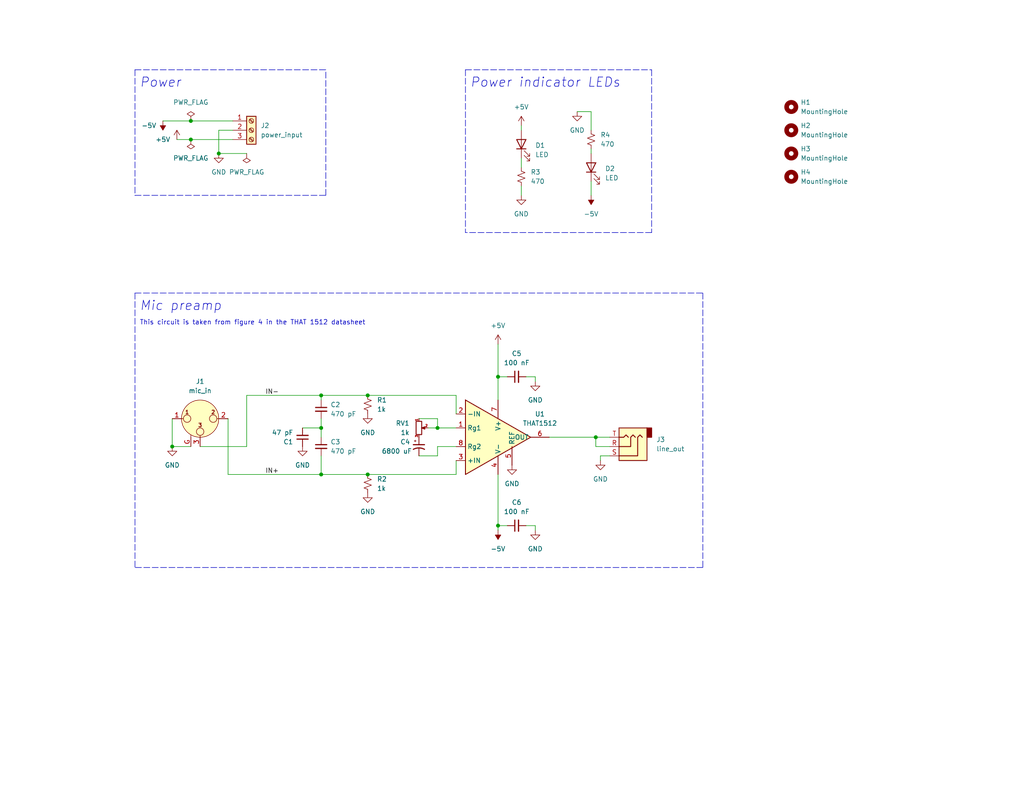
<source format=kicad_sch>
(kicad_sch (version 20211123) (generator eeschema)
  (paper "USLetter")
  (title_block (title "Microphone preamp") (date "2022-07-06") (rev "1") (company "Montana Science Center"))
  (lib_symbols
    (symbol "Connector:AudioJack3"
      (property "Reference" "J" (at 0 8.89 0))
      (property "Value" "AudioJack3" (at 0 6.35 0))
      (symbol "AudioJack3_0_1"
        (rectangle (start -5.08 -5.08) (end -6.35 -2.54) (stroke (width 0.254)) (fill (type outline)))
        (polyline (pts (xy 0 -2.54) (xy 0.635 -3.175) (xy 1.27 -2.54) (xy 2.54 -2.54)) (stroke (width 0.254)))
        (polyline (pts (xy -1.905 -2.54) (xy -1.27 -3.175) (xy -0.635 -2.54) (xy -0.635 0) (xy 2.54 0)) (stroke (width 0.254)))
        (polyline (pts (xy 2.54 2.54) (xy -2.54 2.54) (xy -2.54 -2.54) (xy -3.175 -3.175) (xy -3.81 -2.54)) (stroke (width 0.254)))
        (rectangle (start 2.54 3.81) (end -5.08 -5.08) (stroke (width 0.254)) (fill (type background)))
      )
      (symbol "AudioJack3_1_1"
        (pin passive line (at 5.08 0 180) (length 2.54) (name "~") (number "R"))
        (pin passive line (at 5.08 2.54 180) (length 2.54) (name "~") (number "S"))
        (pin passive line (at 5.08 -2.54 180) (length 2.54) (name "~") (number "T"))
      )
    )
    (symbol "Connector:Screw_Terminal_01x03" (pin_names (offset 1.016) hide)
      (property "Reference" "J" (at 0 5.08 0))
      (property "Value" "Screw_Terminal_01x03" (at 0 -5.08 0))
      (symbol "Screw_Terminal_01x03_1_1"
        (rectangle (start -1.27 3.81) (end 1.27 -3.81) (stroke (width 0.254)) (fill (type background)))
        (circle (center 0 -2.54) (radius 0.635) (stroke (width 0.1524)))
        (polyline (pts (xy -0.5334 -2.2098) (xy 0.3302 -3.048)) (stroke (width 0.1524)))
        (polyline (pts (xy -0.5334 0.3302) (xy 0.3302 -0.508)) (stroke (width 0.1524)))
        (polyline (pts (xy -0.5334 2.8702) (xy 0.3302 2.032)) (stroke (width 0.1524)))
        (polyline (pts (xy -0.3556 -2.032) (xy 0.508 -2.8702)) (stroke (width 0.1524)))
        (polyline (pts (xy -0.3556 0.508) (xy 0.508 -0.3302)) (stroke (width 0.1524)))
        (polyline (pts (xy -0.3556 3.048) (xy 0.508 2.2098)) (stroke (width 0.1524)))
        (circle (center 0 0) (radius 0.635) (stroke (width 0.1524)))
        (circle (center 0 2.54) (radius 0.635) (stroke (width 0.1524)))
        (pin passive line (at -5.08 2.54 0) (length 3.81) (name "Pin_1") (number "1"))
        (pin passive line (at -5.08 0 0) (length 3.81) (name "Pin_2") (number "2"))
        (pin passive line (at -5.08 -2.54 0) (length 3.81) (name "Pin_3") (number "3"))
      )
    )
    (symbol "Connector:XLR3_Ground" (pin_names hide)
      (property "Reference" "J" (at 0 8.89 0))
      (property "Value" "XLR3_Ground" (at 0 6.35 0))
      (symbol "XLR3_Ground_0_1"
        (circle (center -3.556 0) (radius 1.016))
        (circle (center 0 -3.556) (radius 1.016))
        (polyline (pts (xy -5.08 0) (xy -4.572 0)))
        (polyline (pts (xy -2.54 -5.08) (xy -2.54 -4.445)))
        (polyline (pts (xy 0 -5.08) (xy 0 -4.572)))
        (polyline (pts (xy 5.08 0) (xy 4.572 0)))
        (circle (center 0 0) (radius 5.08) (fill (type background)))
        (circle (center 3.556 0) (radius 1.016))
        (text "1" (at -3.556 1.778 0) (effects (font (size 1.016 1.016) bold)))
        (text "2" (at 3.556 1.778 0) (effects (font (size 1.016 1.016) bold)))
        (text "3" (at 0 -1.778 0) (effects (font (size 1.016 1.016) bold)))
        (pin passive line (at -7.62 0 0) (length 2.54) (name "~") (number "1"))
        (pin passive line (at 7.62 0 180) (length 2.54) (name "~") (number "2"))
        (pin passive line (at 0 -7.62 90) (length 2.54) (name "~") (number "3"))
      )
      (symbol "XLR3_Ground_1_1"
        (pin passive line (at -2.54 -7.62 90) (length 2.54) (name "~") (number "G"))
      )
    )
    (symbol "Device:C_Polarized_Small_US" (pin_numbers hide) (pin_names (offset 0.254) hide)
      (property "Reference" "C" (at 0.254 1.778 0))
      (property "Value" "C_Polarized_Small_US" (at 0.254 -2.032 0))
      (symbol "C_Polarized_Small_US_0_1"
        (polyline (pts (xy -1.524 0.508) (xy 1.524 0.508)) (stroke (width 0.3048)))
        (polyline (pts (xy -1.27 1.524) (xy -0.762 1.524)))
        (polyline (pts (xy -1.016 1.27) (xy -1.016 1.778)))
        (arc (start 1.524 -0.762) (mid 0 -0.3734) (end -1.524 -0.762) (stroke (width 0.3048)))
      )
      (symbol "C_Polarized_Small_US_1_1"
        (pin passive line (at 0 2.54 270) (length 2.032) (name "~") (number "1"))
        (pin passive line (at 0 -2.54 90) (length 2.032) (name "~") (number "2"))
      )
    )
    (symbol "Device:C_Small" (pin_numbers hide) (pin_names (offset 0.254) hide)
      (property "Reference" "C" (at 0.254 1.778 0))
      (property "Value" "C_Small" (at 0.254 -2.032 0))
      (symbol "C_Small_0_1"
        (polyline (pts (xy -1.524 -0.508) (xy 1.524 -0.508)) (stroke (width 0.3302)))
        (polyline (pts (xy -1.524 0.508) (xy 1.524 0.508)) (stroke (width 0.3048)))
      )
      (symbol "C_Small_1_1"
        (pin passive line (at 0 2.54 270) (length 2.032) (name "~") (number "1"))
        (pin passive line (at 0 -2.54 90) (length 2.032) (name "~") (number "2"))
      )
    )
    (symbol "Device:LED" (pin_numbers hide) (pin_names (offset 1.016) hide)
      (property "Reference" "D" (at 0 2.54 0))
      (property "Value" "LED" (at 0 -2.54 0))
      (symbol "LED_0_1"
        (polyline (pts (xy -1.27 -1.27) (xy -1.27 1.27)) (stroke (width 0.254)))
        (polyline (pts (xy -1.27 0) (xy 1.27 0)))
        (polyline (pts (xy 1.27 -1.27) (xy 1.27 1.27) (xy -1.27 0) (xy 1.27 -1.27)) (stroke (width 0.254)))
        (polyline (pts (xy -3.048 -0.762) (xy -4.572 -2.286) (xy -3.81 -2.286) (xy -4.572 -2.286) (xy -4.572 -1.524)))
        (polyline (pts (xy -1.778 -0.762) (xy -3.302 -2.286) (xy -2.54 -2.286) (xy -3.302 -2.286) (xy -3.302 -1.524)))
      )
      (symbol "LED_1_1"
        (pin passive line (at -3.81 0 0) (length 2.54) (name "K") (number "1"))
        (pin passive line (at 3.81 0 180) (length 2.54) (name "A") (number "2"))
      )
    )
    (symbol "Device:R_Potentiometer_Small" (pin_names (offset 1.016) hide)
      (property "Reference" "RV" (at -4.445 0 90))
      (property "Value" "R_Potentiometer_Small" (at -2.54 0 90))
      (symbol "R_Potentiometer_Small_0_1"
        (polyline (pts (xy 0.889 0) (xy 0.635 0) (xy 1.651 0.381) (xy 1.651 -0.381) (xy 0.635 0) (xy 0.889 0)) (fill (type outline)))
        (rectangle (start 0.762 1.8034) (end -0.762 -1.8034) (stroke (width 0.254)))
      )
      (symbol "R_Potentiometer_Small_1_1"
        (pin passive line (at 0 2.54 270) (length 0.635) (name "1") (number "1"))
        (pin passive line (at 2.54 0 180) (length 0.9906) (name "2") (number "2"))
        (pin passive line (at 0 -2.54 90) (length 0.635) (name "3") (number "3"))
      )
    )
    (symbol "Device:R_Small_US" (pin_numbers hide) (pin_names (offset 0.254) hide)
      (property "Reference" "R" (at 0.762 0.508 0))
      (property "Value" "R_Small_US" (at 0.762 -1.016 0))
      (symbol "R_Small_US_1_1"
        (polyline (pts (xy 0 0) (xy 1.016 -0.381) (xy 0 -0.762) (xy -1.016 -1.143) (xy 0 -1.524)))
        (polyline (pts (xy 0 1.524) (xy 1.016 1.143) (xy 0 0.762) (xy -1.016 0.381) (xy 0 0)))
        (pin passive line (at 0 2.54 270) (length 1.016) (name "~") (number "1"))
        (pin passive line (at 0 -2.54 90) (length 1.016) (name "~") (number "2"))
      )
    )
    (symbol "Mechanical:MountingHole" (pin_names (offset 1.016))
      (property "Reference" "H" (at 0 5.08 0))
      (property "Value" "MountingHole" (at 0 3.175 0))
      (symbol "MountingHole_0_1"
        (circle (center 0 0) (radius 1.27) (stroke (width 1.27)))
      )
    )
    (symbol "THAT1512:THAT1512"
      (property "Reference" "U" (at 12.7 4.445 0))
      (property "Value" "THAT1512" (at 19.05 4.445 0))
      (symbol "THAT1512_0_1"
        (polyline (pts (xy 0 10.16) (xy 0 -10.16) (xy 17.78 0) (xy 0 10.16)) (stroke (width 0.254)) (fill (type background)))
      )
      (symbol "THAT1512_1_1"
        (pin passive line (at -2.54 2.54 0) (length 2.54) (name "Rg1") (number "1"))
        (pin input line (at -2.54 6.35 0) (length 2.54) (name "-IN") (number "2"))
        (pin input line (at -2.54 -6.35 0) (length 2.54) (name "+IN") (number "3"))
        (pin power_in line (at 8.89 -10.16 90) (length 5.08) (name "V-") (number "4"))
        (pin power_in line (at 12.7 -7.62 90) (length 5.08) (name "REF") (number "5"))
        (pin output line (at 22.86 0 180) (length 5.08) (name "OUT") (number "6"))
        (pin power_in line (at 8.89 10.16 270) (length 5.08) (name "V+") (number "7"))
        (pin passive line (at -2.54 -2.54 0) (length 2.54) (name "Rg2") (number "8"))
      )
    )
    (symbol "power:+5V" (power) (pin_names (offset 0))
      (property "Value" "+5V" (at 0 3.556 0))
      (symbol "+5V_0_1"
        (polyline (pts (xy -0.762 1.27) (xy 0 2.54)))
        (polyline (pts (xy 0 0) (xy 0 2.54)))
        (polyline (pts (xy 0 2.54) (xy 0.762 1.27)))
      )
      (symbol "+5V_1_1"
        (pin power_in line (at 0 0 90) (length 0) hide (name "+5V") (number "1"))
      )
    )
    (symbol "power:-5V" (power) (pin_names (offset 0))
      (property "Value" "-5V" (at 0 3.81 0))
      (symbol "-5V_0_0"
        (pin power_in line (at 0 0 90) (length 0) hide (name "-5V") (number "1"))
      )
      (symbol "-5V_0_1"
        (polyline (pts (xy 0 0) (xy 0 1.27) (xy 0.762 1.27) (xy 0 2.54) (xy -0.762 1.27) (xy 0 1.27)) (fill (type outline)))
      )
    )
    (symbol "power:GND" (power) (pin_names (offset 0))
      (property "Value" "GND" (at 0 -3.81 0))
      (symbol "GND_0_1"
        (polyline (pts (xy 0 0) (xy 0 -1.27) (xy 1.27 -1.27) (xy 0 -2.54) (xy -1.27 -1.27) (xy 0 -1.27)))
      )
      (symbol "GND_1_1"
        (pin power_in line (at 0 0 270) (length 0) hide (name "GND") (number "1"))
      )
    )
    (symbol "power:PWR_FLAG" (power) (pin_numbers hide) (pin_names (offset 0) hide)
      (property "Value" "PWR_FLAG" (at 0 3.81 0))
      (symbol "PWR_FLAG_0_0"
        (pin power_out line (at 0 0 90) (length 0) (name "pwr") (number "1"))
      )
      (symbol "PWR_FLAG_0_1"
        (polyline (pts (xy 0 0) (xy 0 1.27) (xy -1.016 1.905) (xy 0 2.54) (xy 1.016 1.905) (xy 0 1.27)))
      )
    )
  )
  (junction (at 52.07 33.02))
  (junction (at 135.89 102.87))
  (junction (at 46.99 121.92))
  (junction (at 119.38 116.84))
  (junction (at 87.63 107.95))
  (junction (at 52.07 38.1))
  (junction (at 87.63 129.54))
  (junction (at 135.89 143.51))
  (junction (at 59.69 41.91))
  (junction (at 87.63 116.84))
  (junction (at 162.56 119.38))
  (junction (at 100.33 107.95))
  (junction (at 100.33 129.54))
  (wire (pts (xy 163.83 125.73) (xy 163.83 124.46)))
  (wire (pts (xy 161.29 49.53) (xy 161.29 53.34)))
  (polyline (pts (xy 177.8 19.05) (xy 177.8 63.5)))
  (wire (pts (xy 166.37 121.92) (xy 162.56 121.92)))
  (polyline (pts (xy 36.83 19.05) (xy 88.9 19.05)))
  (wire (pts (xy 146.05 102.87) (xy 143.51 102.87)))
  (polyline (pts (xy 191.77 154.94) (xy 36.83 154.94)))
  (wire (pts (xy 124.46 129.54) (xy 124.46 125.73)))
  (wire (pts (xy 163.83 124.46) (xy 166.37 124.46)))
  (wire (pts (xy 82.55 116.84) (xy 87.63 116.84)))
  (wire (pts (xy 52.07 38.1) (xy 63.5 38.1)))
  (wire (pts (xy 119.38 124.46) (xy 114.3 124.46)))
  (polyline (pts (xy 36.83 80.01) (xy 191.77 80.01)))
  (polyline (pts (xy 191.77 80.01) (xy 191.77 154.94)))
  (polyline (pts (xy 36.83 19.05) (xy 36.83 53.34)))
  (wire (pts (xy 46.99 121.92) (xy 52.07 121.92)))
  (wire (pts (xy 87.63 124.46) (xy 87.63 129.54)))
  (wire (pts (xy 44.45 33.02) (xy 52.07 33.02)))
  (wire (pts (xy 162.56 119.38) (xy 166.37 119.38)))
  (wire (pts (xy 161.29 30.48) (xy 161.29 35.56)))
  (wire (pts (xy 52.07 33.02) (xy 63.5 33.02)))
  (polyline (pts (xy 177.8 63.5) (xy 127 63.5)))
  (wire (pts (xy 135.89 144.78) (xy 135.89 143.51)))
  (wire (pts (xy 149.86 119.38) (xy 162.56 119.38)))
  (polyline (pts (xy 88.9 53.34) (xy 88.9 19.05)))
  (wire (pts (xy 67.31 107.95) (xy 87.63 107.95)))
  (wire (pts (xy 100.33 107.95) (xy 124.46 107.95)))
  (wire (pts (xy 142.24 34.29) (xy 142.24 35.56)))
  (wire (pts (xy 62.23 129.54) (xy 62.23 114.3)))
  (wire (pts (xy 124.46 129.54) (xy 100.33 129.54)))
  (wire (pts (xy 142.24 50.8) (xy 142.24 53.34)))
  (wire (pts (xy 87.63 107.95) (xy 100.33 107.95)))
  (wire (pts (xy 146.05 144.78) (xy 146.05 143.51)))
  (wire (pts (xy 59.69 35.56) (xy 59.69 41.91)))
  (wire (pts (xy 161.29 40.64) (xy 161.29 41.91)))
  (wire (pts (xy 87.63 116.84) (xy 87.63 114.3)))
  (wire (pts (xy 87.63 109.22) (xy 87.63 107.95)))
  (wire (pts (xy 59.69 41.91) (xy 67.31 41.91)))
  (wire (pts (xy 63.5 35.56) (xy 59.69 35.56)))
  (wire (pts (xy 162.56 121.92) (xy 162.56 119.38)))
  (wire (pts (xy 67.31 107.95) (xy 67.31 121.92)))
  (wire (pts (xy 116.84 116.84) (xy 119.38 116.84)))
  (wire (pts (xy 157.48 30.48) (xy 161.29 30.48)))
  (wire (pts (xy 146.05 143.51) (xy 143.51 143.51)))
  (wire (pts (xy 135.89 143.51) (xy 135.89 129.54)))
  (wire (pts (xy 146.05 104.14) (xy 146.05 102.87)))
  (wire (pts (xy 48.26 38.1) (xy 52.07 38.1)))
  (wire (pts (xy 87.63 129.54) (xy 100.33 129.54)))
  (wire (pts (xy 119.38 121.92) (xy 119.38 124.46)))
  (wire (pts (xy 142.24 45.72) (xy 142.24 43.18)))
  (polyline (pts (xy 36.83 53.34) (xy 88.9 53.34)))
  (wire (pts (xy 135.89 102.87) (xy 138.43 102.87)))
  (wire (pts (xy 119.38 116.84) (xy 124.46 116.84)))
  (wire (pts (xy 135.89 143.51) (xy 138.43 143.51)))
  (wire (pts (xy 114.3 114.3) (xy 119.38 114.3)))
  (wire (pts (xy 124.46 107.95) (xy 124.46 113.03)))
  (wire (pts (xy 135.89 93.98) (xy 135.89 102.87)))
  (wire (pts (xy 46.99 114.3) (xy 46.99 121.92)))
  (wire (pts (xy 124.46 121.92) (xy 119.38 121.92)))
  (wire (pts (xy 135.89 102.87) (xy 135.89 109.22)))
  (wire (pts (xy 67.31 121.92) (xy 54.61 121.92)))
  (polyline (pts (xy 127 19.05) (xy 127 63.5)))
  (wire (pts (xy 62.23 129.54) (xy 87.63 129.54)))
  (polyline (pts (xy 36.83 80.01) (xy 36.83 154.94)))
  (polyline (pts (xy 127 19.05) (xy 177.8 19.05)))
  (wire (pts (xy 87.63 116.84) (xy 87.63 119.38)))
  (wire (pts (xy 119.38 114.3) (xy 119.38 116.84)))
  (text "This circuit is taken from figure 4 in the THAT 1512 datasheet" (at 38.1 88.9 0) (effects (font (size 1.27 1.27)) (justify left bottom)))
  (text "Power" (at 38.1 24.13 0) (effects (font (size 2.54 2.54) italic) (justify left bottom)))
  (text "Power indicator LEDs" (at 128.27 24.13 0) (effects (font (size 2.54 2.54) italic) (justify left bottom)))
  (text "Mic preamp" (at 38.1 85.09 0) (effects (font (size 2.54 2.54) italic) (justify left bottom)))
  (label "IN+" (at 72.39 129.54 0))
  (label "IN-" (at 72.39 107.95 0))
  (symbol (lib_id "Device:R_Small_US") (at 161.29 38.1 0) (unit 1)
    (property "Reference" "R4" (at 163.83 36.8299 0) (effects (justify left)))
    (property "Value" "470" (at 163.83 39.3699 0) (effects (justify left)))
    (property "Footprint" "Resistor_THT:R_Axial_DIN0207_L6.3mm_D2.5mm_P7.62mm_Horizontal" (effects hide))
  )
  (symbol (lib_id "power:+5V") (at 48.26 38.1 0) (unit 1)
    (property "Reference" "#PWR03" (effects hide))
    (property "Value" "+5V" (at 44.45 38.1 0))
  )
  (symbol (lib_id "Device:R_Small_US") (at 142.24 48.26 0) (unit 1)
    (property "Reference" "R3" (at 144.78 46.9899 0) (effects (justify left)))
    (property "Value" "470" (at 144.78 49.5299 0) (effects (justify left)))
    (property "Footprint" "Resistor_THT:R_Axial_DIN0207_L6.3mm_D2.5mm_P7.62mm_Horizontal" (effects hide))
  )
  (symbol (lib_id "power:GND") (at 146.05 104.14 0) (unit 1)
    (property "Reference" "#PWR013" (effects hide))
    (property "Value" "GND" (at 146.05 109.22 0))
  )
  (symbol (lib_id "power:-5V") (at 161.29 53.34 180) (unit 1)
    (property "Reference" "#PWR016" (effects hide))
    (property "Value" "-5V" (at 161.29 58.42 0))
  )
  (symbol (lib_id "Device:R_Potentiometer_Small") (at 114.3 116.84 0) (unit 1)
    (property "Reference" "RV1" (at 111.76 115.5699 0) (effects (justify right)))
    (property "Value" "1k" (at 111.76 118.1099 0) (effects (justify right)))
    (property "Footprint" "PT01-D130D-A102:TRIM_PT01-D130D-A102" (effects hide))
  )
  (symbol (lib_id "power:-5V") (at 44.45 33.02 180) (unit 1)
    (property "Reference" "#PWR01" (effects hide))
    (property "Value" "-5V" (at 40.64 34.29 0))
  )
  (symbol (lib_id "power:PWR_FLAG") (at 52.07 33.02 0) (unit 1)
    (property "Reference" "#FLG01" (effects hide))
    (property "Value" "PWR_FLAG" (at 52.07 27.94 0))
  )
  (symbol (lib_id "power:GND") (at 100.33 113.03 0) (unit 1)
    (property "Reference" "#PWR06" (effects hide))
    (property "Value" "GND" (at 100.33 118.11 0))
  )
  (symbol (lib_id "power:+5V") (at 135.89 93.98 0) (unit 1)
    (property "Reference" "#PWR08" (effects hide))
    (property "Value" "+5V" (at 135.89 88.9 0))
  )
  (symbol (lib_id "power:GND") (at 142.24 53.34 0) (unit 1)
    (property "Reference" "#PWR012" (effects hide))
    (property "Value" "GND" (at 142.24 58.42 0))
  )
  (symbol (lib_id "Mechanical:MountingHole") (at 215.9 41.91 0) (unit 1)
    (property "Reference" "H3" (at 218.44 40.6399 0) (effects (justify left)))
    (property "Value" "MountingHole" (at 218.44 43.1799 0) (effects (justify left)))
    (property "Footprint" "MountingHole:MountingHole_3.2mm_M3" (effects hide))
  )
  (symbol (lib_id "Connector:XLR3_Ground") (at 54.61 114.3 0) (unit 1)
    (property "Reference" "J1" (at 54.61 104.14 0))
    (property "Value" "mic_in" (at 54.61 106.68 0))
    (property "Footprint" "Connector_Audio:Jack_XLR_Neutrik_NC3FAAH2-0_Horizontal" (effects hide))
    (property "Datasheet" " ~" (effects hide))
  )
  (symbol (lib_id "power:GND") (at 157.48 30.48 0) (unit 1)
    (property "Reference" "#PWR015" (effects hide))
    (property "Value" "GND" (at 157.48 35.56 0))
  )
  (symbol (lib_id "Device:C_Small") (at 87.63 111.76 0) (unit 1)
    (property "Reference" "C2" (at 90.17 110.4962 0) (effects (justify left)))
    (property "Value" "470 pF" (at 90.17 113.0362 0) (effects (justify left)))
    (property "Footprint" "Capacitor_THT:C_Disc_D5.1mm_W3.2mm_P5.00mm" (effects hide))
  )
  (symbol (lib_id "power:PWR_FLAG") (at 52.07 38.1 180) (unit 1)
    (property "Reference" "#FLG02" (effects hide))
    (property "Value" "PWR_FLAG" (at 52.07 43.18 0))
  )
  (symbol (lib_id "power:GND") (at 46.99 121.92 0) (unit 1)
    (property "Reference" "#PWR02" (effects hide))
    (property "Value" "GND" (at 46.99 127 0))
  )
  (symbol (lib_id "power:GND") (at 82.55 121.92 0) (unit 1)
    (property "Reference" "#PWR05" (effects hide))
    (property "Value" "GND" (at 82.55 127 0))
  )
  (symbol (lib_id "Device:C_Small") (at 140.97 102.87 90) (unit 1)
    (property "Reference" "C5" (at 140.9763 96.52 90))
    (property "Value" "100 nF" (at 140.9763 99.06 90))
    (property "Footprint" "Capacitor_THT:C_Disc_D5.0mm_W2.5mm_P5.00mm" (effects hide))
  )
  (symbol (lib_id "power:-5V") (at 135.89 144.78 180) (unit 1)
    (property "Reference" "#PWR09" (effects hide))
    (property "Value" "-5V" (at 135.89 149.86 0))
  )
  (symbol (lib_id "power:GND") (at 59.69 41.91 0) (unit 1)
    (property "Reference" "#PWR04" (effects hide))
    (property "Value" "GND" (at 59.69 46.99 0))
  )
  (symbol (lib_id "power:PWR_FLAG") (at 67.31 41.91 180) (unit 1)
    (property "Reference" "#FLG03" (effects hide))
    (property "Value" "PWR_FLAG" (at 67.31 46.99 0))
  )
  (symbol (lib_id "power:GND") (at 139.7 127 0) (unit 1)
    (property "Reference" "#PWR010" (effects hide))
    (property "Value" "GND" (at 139.7 132.08 0))
  )
  (symbol (lib_id "Mechanical:MountingHole") (at 215.9 48.26 0) (unit 1)
    (property "Reference" "H4" (at 218.44 46.9899 0) (effects (justify left)))
    (property "Value" "MountingHole" (at 218.44 49.5299 0) (effects (justify left)))
    (property "Footprint" "MountingHole:MountingHole_3.2mm_M3" (effects hide))
  )
  (symbol (lib_id "Device:LED") (at 142.24 39.37 90) (unit 1)
    (property "Reference" "D1" (at 146.05 39.6874 90) (effects (justify right)))
    (property "Value" "LED" (at 146.05 42.2274 90) (effects (justify right)))
    (property "Footprint" "LED_THT:LED_D3.0mm_Clear" (effects hide))
    (property "Mfr. Part #" " INL-3AA30 " (effects hide))
  )
  (symbol (lib_id "Device:R_Small_US") (at 100.33 132.08 0) (unit 1)
    (property "Reference" "R2" (at 102.87 130.8099 0) (effects (justify left)))
    (property "Value" "1k" (at 102.87 133.3499 0) (effects (justify left)))
    (property "Footprint" "Resistor_THT:R_Axial_DIN0207_L6.3mm_D2.5mm_P7.62mm_Horizontal" (effects hide))
  )
  (symbol (lib_id "Device:C_Small") (at 87.63 121.92 0) (unit 1)
    (property "Reference" "C3" (at 90.17 120.6562 0) (effects (justify left)))
    (property "Value" "470 pF" (at 90.17 123.1962 0) (effects (justify left)))
    (property "Footprint" "Capacitor_THT:C_Disc_D5.1mm_W3.2mm_P5.00mm" (effects hide))
  )
  (symbol (lib_id "THAT1512:THAT1512") (at 127 119.38 0) (unit 1)
    (property "Reference" "U1" (at 147.32 113.03 0))
    (property "Value" "THAT1512" (at 147.32 115.57 0))
    (property "Footprint" "Package_DIP:DIP-8_W7.62mm" (effects hide))
    (property "Datasheet" "https://www.mouser.com/datasheet/2/407/THAT_1510-1512_Datasheet-532256.pdf" (effects hide))
  )
  (symbol (lib_id "power:GND") (at 100.33 134.62 0) (unit 1)
    (property "Reference" "#PWR07" (effects hide))
    (property "Value" "GND" (at 100.33 139.7 0))
  )
  (symbol (lib_id "Mechanical:MountingHole") (at 215.9 35.56 0) (unit 1)
    (property "Reference" "H2" (at 218.44 34.2899 0) (effects (justify left)))
    (property "Value" "MountingHole" (at 218.44 36.8299 0) (effects (justify left)))
    (property "Footprint" "MountingHole:MountingHole_3.2mm_M3" (effects hide))
  )
  (symbol (lib_id "Device:LED") (at 161.29 45.72 90) (unit 1)
    (property "Reference" "D2" (at 165.1 46.0374 90) (effects (justify right)))
    (property "Value" "LED" (at 165.1 48.5774 90) (effects (justify right)))
    (property "Footprint" "LED_THT:LED_D3.0mm_Clear" (effects hide))
    (property "Mfr. Part #" " INL-3AA30 " (effects hide))
  )
  (symbol (lib_id "Device:C_Small") (at 82.55 119.38 180) (unit 1)
    (property "Reference" "C1" (at 80.01 120.6438 0) (effects (justify left)))
    (property "Value" "47 pF" (at 80.01 118.1038 0) (effects (justify left)))
    (property "Footprint" "Capacitor_THT:C_Disc_D5.0mm_W2.5mm_P2.50mm" (effects hide))
  )
  (symbol (lib_id "power:GND") (at 146.05 144.78 0) (unit 1)
    (property "Reference" "#PWR014" (effects hide))
    (property "Value" "GND" (at 146.05 149.86 0))
  )
  (symbol (lib_id "Device:C_Small") (at 140.97 143.51 90) (unit 1)
    (property "Reference" "C6" (at 140.9763 137.16 90))
    (property "Value" "100 nF" (at 140.9763 139.7 90))
    (property "Footprint" "Capacitor_THT:C_Disc_D5.0mm_W2.5mm_P5.00mm" (effects hide))
  )
  (symbol (lib_id "Device:C_Polarized_Small_US") (at 114.3 121.92 0) (unit 1)
    (property "Reference" "C4" (at 109.22 120.65 0) (effects (justify left)))
    (property "Value" "6800 uF" (at 104.14 123.19 0) (effects (justify left)))
    (property "Footprint" "Capacitor_THT:C_Radial_D12.5mm_H25.0mm_P5.00mm" (effects hide))
  )
  (symbol (lib_id "Connector:AudioJack3") (at 171.45 121.92 180) (unit 1)
    (property "Reference" "J3" (at 179.07 120.0149 0) (effects (justify right)))
    (property "Value" "line_out" (at 179.07 122.5549 0) (effects (justify right)))
    (property "Footprint" "Connector_Audio:Jack_3.5mm_CUI_SJ1-3523N_Horizontal" (effects hide))
  )
  (symbol (lib_id "Mechanical:MountingHole") (at 215.9 29.21 0) (unit 1)
    (property "Reference" "H1" (at 218.44 27.9399 0) (effects (justify left)))
    (property "Value" "MountingHole" (at 218.44 30.4799 0) (effects (justify left)))
    (property "Footprint" "MountingHole:MountingHole_3.2mm_M3" (effects hide))
  )
  (symbol (lib_id "Connector:Screw_Terminal_01x03") (at 68.58 35.56 0) (unit 1)
    (property "Reference" "J2" (at 71.12 34.2899 0) (effects (justify left)))
    (property "Value" "power_input" (at 71.12 36.8299 0) (effects (justify left)))
    (property "Footprint" "TerminalBlock_Phoenix:TerminalBlock_Phoenix_MKDS-1,5-3-5.08_1x03_P5.08mm_Horizontal" (effects hide))
  )
  (symbol (lib_id "Device:R_Small_US") (at 100.33 110.49 0) (unit 1)
    (property "Reference" "R1" (at 102.87 109.2199 0) (effects (justify left)))
    (property "Value" "1k" (at 102.87 111.7599 0) (effects (justify left)))
    (property "Footprint" "Resistor_THT:R_Axial_DIN0207_L6.3mm_D2.5mm_P7.62mm_Horizontal" (effects hide))
  )
  (symbol (lib_id "power:+5V") (at 142.24 34.29 0) (unit 1)
    (property "Reference" "#PWR011" (effects hide))
    (property "Value" "+5V" (at 142.24 29.21 0))
  )
  (symbol (lib_id "power:GND") (at 163.83 125.73 0) (unit 1)
    (property "Reference" "#PWR017" (effects hide))
    (property "Value" "GND" (at 163.83 130.81 0))
  )
)
</source>
